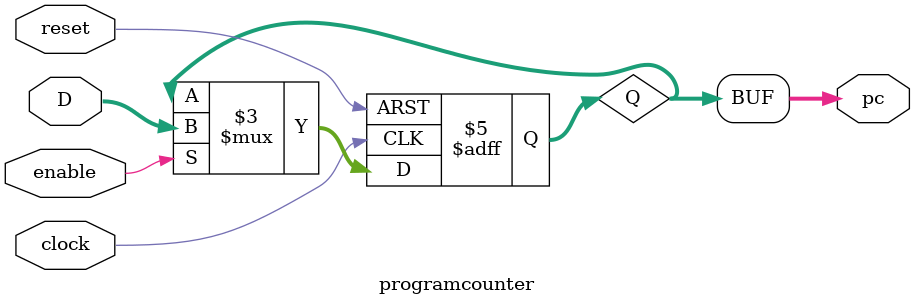
<source format=sv>
`timescale 1ns / 1ps
`default_nettype none


module programcounter(
    input wire clock, reset, enable,
    input wire [31:0] D,
    output wire [31:0] pc
    );
    
    //Program Counter (pc)
    logic [31:0] Q = 32'h0040_0000;
    always_ff @(posedge clock or posedge reset) begin
        if (reset)
            Q <= 32'h0040_0000;
        else if (enable)
            Q <= D;
    end
    
    assign pc = Q;
        
    
endmodule

</source>
